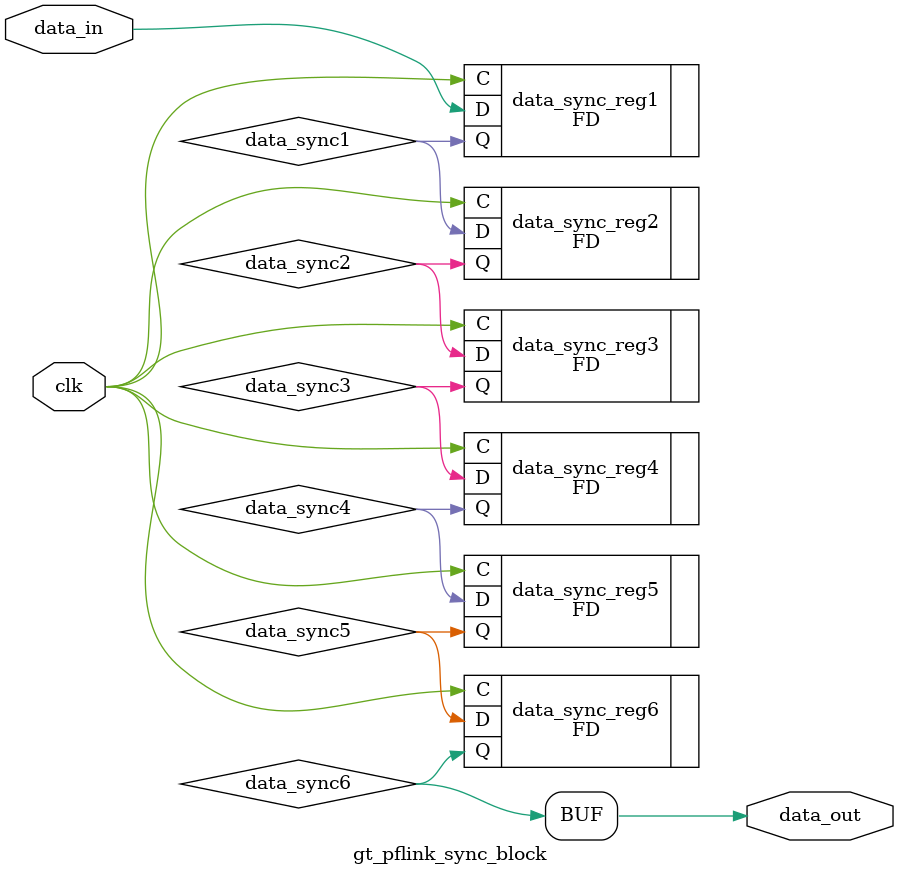
<source format=v>




`timescale 1ps / 1ps

//(* dont_touch = "yes" *)
module gt_pflink_sync_block #(
  parameter INITIALISE = 6'b000000
)
(
  input        clk,              // clock to be sync'ed to
  input        data_in,          // Data to be 'synced'
  output       data_out          // synced data
);

  // Internal Signals
  wire data_sync1;
  wire data_sync2;
  wire data_sync3;
  wire data_sync4;
  wire data_sync5;
  wire data_sync6;


  (* shreg_extract = "no", ASYNC_REG = "TRUE" *)
  FD #(
    .INIT (INITIALISE[0])
  ) data_sync_reg1 (
    .C  (clk),
    .D  (data_in),
    .Q  (data_sync1)
  );


  (* shreg_extract = "no", ASYNC_REG = "TRUE" *)
  FD #(
   .INIT (INITIALISE[1])
  ) data_sync_reg2 (
  .C  (clk),
  .D  (data_sync1),
  .Q  (data_sync2)
  );


  (* shreg_extract = "no", ASYNC_REG = "TRUE" *)
  FD #(
   .INIT (INITIALISE[2])
  ) data_sync_reg3 (
  .C  (clk),
  .D  (data_sync2),
  .Q  (data_sync3)
  );

  (* shreg_extract = "no", ASYNC_REG = "TRUE" *)
  FD #(
   .INIT (INITIALISE[3])
  ) data_sync_reg4 (
  .C  (clk),
  .D  (data_sync3),
  .Q  (data_sync4)
  );

  (* shreg_extract = "no", ASYNC_REG = "TRUE" *)
  FD #(
   .INIT (INITIALISE[4])
  ) data_sync_reg5 (
  .C  (clk),
  .D  (data_sync4),
  .Q  (data_sync5)
  );

  (* shreg_extract = "no", ASYNC_REG = "TRUE" *)
  FD #(
   .INIT (INITIALISE[5])
  ) data_sync_reg6 (
  .C  (clk),
  .D  (data_sync5),
  .Q  (data_sync6)
  );
  assign data_out = data_sync6;



endmodule

</source>
